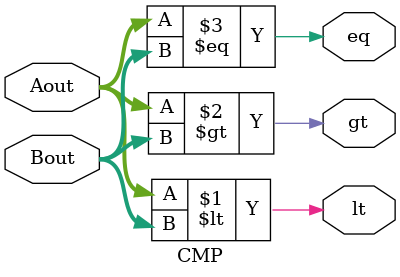
<source format=v>
module CMP(Aout,Bout,lt,gt,eq);
    input [15:0] Aout,Bout;
    output lt,gt,eq;

    assign lt=Aout<Bout;
    assign gt=Aout>Bout;
    assign eq=Aout==Bout;

endmodule


</source>
